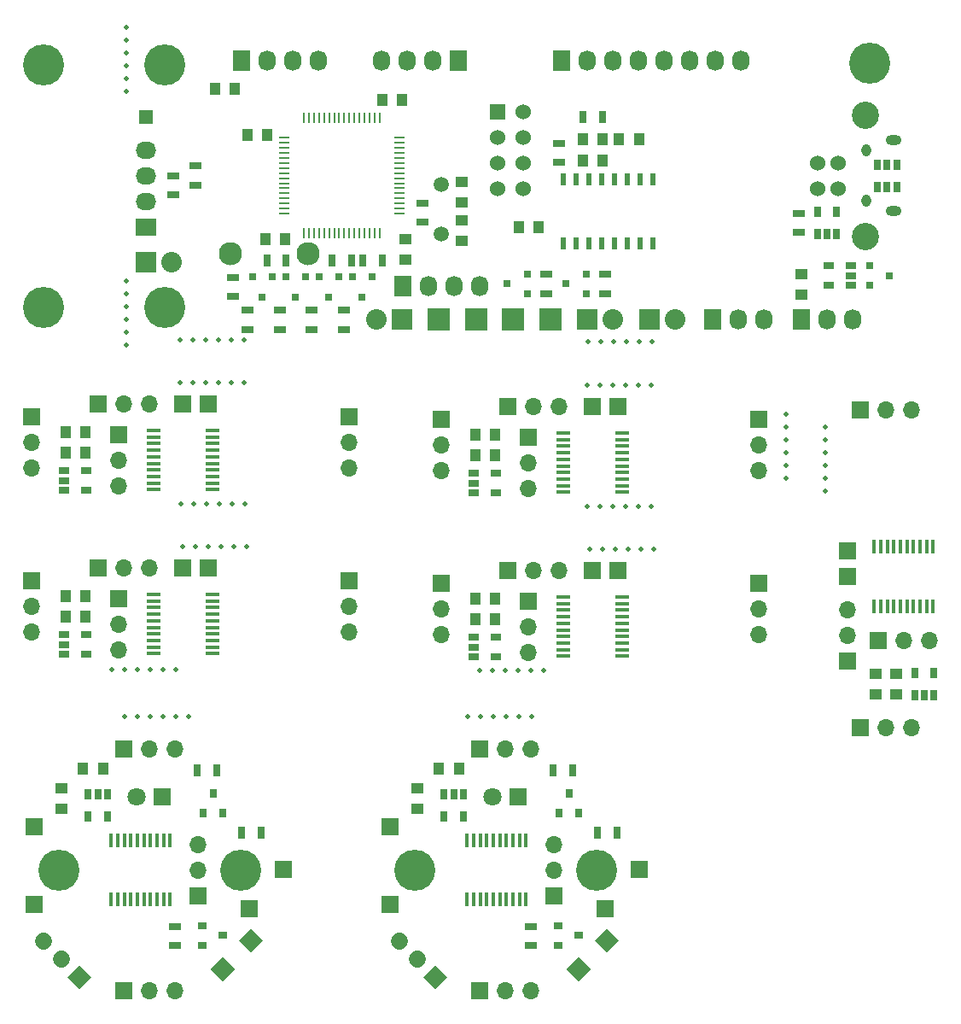
<source format=gbs>
G04 #@! TF.FileFunction,Soldermask,Bot*
%FSLAX46Y46*%
G04 Gerber Fmt 4.6, Leading zero omitted, Abs format (unit mm)*
G04 Created by KiCad (PCBNEW 4.0.5) date Wed Mar  8 12:44:23 2017*
%MOMM*%
%LPD*%
G01*
G04 APERTURE LIST*
%ADD10C,0.100000*%
%ADD11C,0.500000*%
%ADD12R,1.000000X1.250000*%
%ADD13R,1.250000X1.000000*%
%ADD14R,1.800000X1.800000*%
%ADD15C,1.800000*%
%ADD16R,1.700000X1.700000*%
%ADD17O,1.700000X1.700000*%
%ADD18C,1.700000*%
%ADD19R,0.900000X0.800000*%
%ADD20R,1.300000X0.700000*%
%ADD21R,0.650000X1.060000*%
%ADD22R,0.450000X1.450000*%
%ADD23C,4.064000*%
%ADD24R,0.800000X0.900000*%
%ADD25R,0.700000X1.300000*%
%ADD26R,1.060000X0.650000*%
%ADD27R,1.450000X0.450000*%
%ADD28R,1.524000X1.524000*%
%ADD29C,1.524000*%
%ADD30C,2.700020*%
%ADD31C,2.300000*%
%ADD32R,1.727200X2.032000*%
%ADD33O,1.727200X2.032000*%
%ADD34R,2.032000X2.032000*%
%ADD35O,2.032000X2.032000*%
%ADD36R,2.235200X2.235200*%
%ADD37R,2.032000X1.727200*%
%ADD38O,2.032000X1.727200*%
%ADD39R,0.800100X0.800100*%
%ADD40R,1.000000X0.250000*%
%ADD41R,0.250000X1.000000*%
%ADD42R,0.508000X1.143000*%
%ADD43C,1.501140*%
%ADD44O,0.950000X1.250000*%
%ADD45O,1.550000X1.000000*%
%ADD46R,1.350000X1.350000*%
G04 APERTURE END LIST*
D10*
D11*
X104140000Y-61087000D03*
X104140000Y-62357000D03*
X104140000Y-59817000D03*
X104140000Y-64897000D03*
X104140000Y-66167000D03*
X104140000Y-63627000D03*
X100203000Y-63627000D03*
X100203000Y-64897000D03*
X100203000Y-62357000D03*
X100203000Y-59817000D03*
X100203000Y-61087000D03*
X100203000Y-58547000D03*
X85534500Y-67754500D03*
X84264500Y-67754500D03*
X86804500Y-67754500D03*
X81724500Y-67754500D03*
X80454500Y-67754500D03*
X82994500Y-67754500D03*
X81978500Y-71945500D03*
X80708500Y-71945500D03*
X83248500Y-71945500D03*
X85788500Y-71945500D03*
X84518500Y-71945500D03*
X87058500Y-71945500D03*
X71056500Y-84010500D03*
X69786500Y-84010500D03*
X72326500Y-84010500D03*
X74866500Y-84010500D03*
X73596500Y-84010500D03*
X76136500Y-84010500D03*
X39687500Y-88582500D03*
X38417500Y-88582500D03*
X40957500Y-88582500D03*
X35877500Y-88582500D03*
X34607500Y-88582500D03*
X37147500Y-88582500D03*
X38417500Y-83883500D03*
X37147500Y-83883500D03*
X39687500Y-83883500D03*
X34607500Y-83883500D03*
X33337500Y-83883500D03*
X35877500Y-83883500D03*
X69913500Y-88582500D03*
X68643500Y-88582500D03*
X71183500Y-88582500D03*
X73723500Y-88582500D03*
X72453500Y-88582500D03*
X74993500Y-88582500D03*
X45402500Y-71691500D03*
X44132500Y-71691500D03*
X46672500Y-71691500D03*
X41592500Y-71691500D03*
X40322500Y-71691500D03*
X42862500Y-71691500D03*
X85534500Y-55689500D03*
X84264500Y-55689500D03*
X86804500Y-55689500D03*
X81724500Y-55689500D03*
X80454500Y-55689500D03*
X82994500Y-55689500D03*
X41465500Y-67500500D03*
X40195500Y-67500500D03*
X42735500Y-67500500D03*
X45275500Y-67500500D03*
X44005500Y-67500500D03*
X46545500Y-67500500D03*
X85661500Y-51371500D03*
X84391500Y-51371500D03*
X86931500Y-51371500D03*
X81851500Y-51371500D03*
X80581500Y-51371500D03*
X83121500Y-51371500D03*
X41338500Y-51244500D03*
X40068500Y-51244500D03*
X42608500Y-51244500D03*
X45148500Y-51244500D03*
X43878500Y-51244500D03*
X46418500Y-51244500D03*
X45148500Y-55435500D03*
X43878500Y-55435500D03*
X46418500Y-55435500D03*
X41338500Y-55435500D03*
X40068500Y-55435500D03*
X42608500Y-55435500D03*
D12*
X65776600Y-93738700D03*
X67776600Y-93738700D03*
D13*
X63665100Y-97697800D03*
X63665100Y-95697800D03*
D14*
X73660000Y-96545400D03*
D15*
X71120000Y-96545400D03*
D16*
X69850000Y-91759000D03*
D17*
X72390000Y-91759000D03*
X74930000Y-91759000D03*
D16*
X69850000Y-115759000D03*
D17*
X72390000Y-115759000D03*
X74930000Y-115759000D03*
D10*
G36*
X65430400Y-113199518D02*
X66632482Y-114401600D01*
X65430400Y-115603682D01*
X64228318Y-114401600D01*
X65430400Y-113199518D01*
X65430400Y-113199518D01*
G37*
D18*
X63634349Y-112605549D02*
X63634349Y-112605549D01*
X61838298Y-110809498D02*
X61838298Y-110809498D01*
D16*
X60909200Y-99479100D03*
X60909200Y-107200700D03*
X82283300Y-107594400D03*
X85623400Y-103708200D03*
D10*
G36*
X82423000Y-111971482D02*
X81220918Y-110769400D01*
X82423000Y-109567318D01*
X83625082Y-110769400D01*
X82423000Y-111971482D01*
X82423000Y-111971482D01*
G37*
G36*
X79654400Y-114778182D02*
X78452318Y-113576100D01*
X79654400Y-112374018D01*
X80856482Y-113576100D01*
X79654400Y-114778182D01*
X79654400Y-114778182D01*
G37*
D19*
X77613000Y-111211400D03*
X77613000Y-109311400D03*
X79613000Y-110261400D03*
D20*
X74891900Y-109374900D03*
X74891900Y-111274900D03*
D16*
X77190600Y-106299000D03*
D17*
X77190600Y-103759000D03*
X77190600Y-101219000D03*
D21*
X66296500Y-96245500D03*
X67246500Y-96245500D03*
X68196500Y-96245500D03*
X68196500Y-98445500D03*
X66296500Y-98445500D03*
D22*
X68576000Y-100783600D03*
X69226000Y-100783600D03*
X69876000Y-100783600D03*
X70526000Y-100783600D03*
X71176000Y-100783600D03*
X71826000Y-100783600D03*
X72476000Y-100783600D03*
X73126000Y-100783600D03*
X73776000Y-100783600D03*
X74426000Y-100783600D03*
X74426000Y-106683600D03*
X73776000Y-106683600D03*
X73126000Y-106683600D03*
X72476000Y-106683600D03*
X71826000Y-106683600D03*
X71176000Y-106683600D03*
X70526000Y-106683600D03*
X69876000Y-106683600D03*
X69226000Y-106683600D03*
X68576000Y-106683600D03*
D23*
X81390000Y-103759000D03*
X63390000Y-103759000D03*
D24*
X79613800Y-98142300D03*
X77713800Y-98142300D03*
X78663800Y-96142300D03*
D25*
X79009280Y-93853000D03*
X77109280Y-93853000D03*
X83423800Y-100086160D03*
X81523800Y-100086160D03*
X48117800Y-100086160D03*
X46217800Y-100086160D03*
X43703280Y-93853000D03*
X41803280Y-93853000D03*
D24*
X44307800Y-98142300D03*
X42407800Y-98142300D03*
X43357800Y-96142300D03*
D23*
X28084000Y-103759000D03*
X46084000Y-103759000D03*
D22*
X33270000Y-100783600D03*
X33920000Y-100783600D03*
X34570000Y-100783600D03*
X35220000Y-100783600D03*
X35870000Y-100783600D03*
X36520000Y-100783600D03*
X37170000Y-100783600D03*
X37820000Y-100783600D03*
X38470000Y-100783600D03*
X39120000Y-100783600D03*
X39120000Y-106683600D03*
X38470000Y-106683600D03*
X37820000Y-106683600D03*
X37170000Y-106683600D03*
X36520000Y-106683600D03*
X35870000Y-106683600D03*
X35220000Y-106683600D03*
X34570000Y-106683600D03*
X33920000Y-106683600D03*
X33270000Y-106683600D03*
D21*
X30990500Y-96245500D03*
X31940500Y-96245500D03*
X32890500Y-96245500D03*
X32890500Y-98445500D03*
X30990500Y-98445500D03*
D16*
X41884600Y-106299000D03*
D17*
X41884600Y-103759000D03*
X41884600Y-101219000D03*
D20*
X39585900Y-109374900D03*
X39585900Y-111274900D03*
D19*
X42307000Y-111211400D03*
X42307000Y-109311400D03*
X44307000Y-110261400D03*
D10*
G36*
X44348400Y-114778182D02*
X43146318Y-113576100D01*
X44348400Y-112374018D01*
X45550482Y-113576100D01*
X44348400Y-114778182D01*
X44348400Y-114778182D01*
G37*
G36*
X47117000Y-111971482D02*
X45914918Y-110769400D01*
X47117000Y-109567318D01*
X48319082Y-110769400D01*
X47117000Y-111971482D01*
X47117000Y-111971482D01*
G37*
D16*
X50317400Y-103708200D03*
X46977300Y-107594400D03*
X25603200Y-107200700D03*
X25603200Y-99479100D03*
D10*
G36*
X30124400Y-113199518D02*
X31326482Y-114401600D01*
X30124400Y-115603682D01*
X28922318Y-114401600D01*
X30124400Y-113199518D01*
X30124400Y-113199518D01*
G37*
D18*
X28328349Y-112605549D02*
X28328349Y-112605549D01*
X26532298Y-110809498D02*
X26532298Y-110809498D01*
D16*
X34544000Y-115759000D03*
D17*
X37084000Y-115759000D03*
X39624000Y-115759000D03*
D16*
X34544000Y-91759000D03*
D17*
X37084000Y-91759000D03*
X39624000Y-91759000D03*
D14*
X38354000Y-96545400D03*
D15*
X35814000Y-96545400D03*
D13*
X28359100Y-97697800D03*
X28359100Y-95697800D03*
D12*
X30470600Y-93738700D03*
X32470600Y-93738700D03*
X28718000Y-78613000D03*
X30718000Y-78613000D03*
X30718000Y-76581000D03*
X28718000Y-76581000D03*
D16*
X25400000Y-75057000D03*
D17*
X25400000Y-77597000D03*
X25400000Y-80137000D03*
D16*
X56896000Y-75057000D03*
D17*
X56896000Y-77597000D03*
X56896000Y-80137000D03*
D16*
X32004000Y-73787000D03*
D17*
X34544000Y-73787000D03*
X37084000Y-73787000D03*
D16*
X40386000Y-73787000D03*
X42926000Y-73787000D03*
X34036000Y-76835000D03*
D17*
X34036000Y-79375000D03*
X34036000Y-81915000D03*
D26*
X28618000Y-82357000D03*
X28618000Y-81407000D03*
X28618000Y-80457000D03*
X30818000Y-80457000D03*
X30818000Y-82357000D03*
D27*
X37436000Y-82300000D03*
X37436000Y-81650000D03*
X37436000Y-81000000D03*
X37436000Y-80350000D03*
X37436000Y-79700000D03*
X37436000Y-79050000D03*
X37436000Y-78400000D03*
X37436000Y-77750000D03*
X37436000Y-77100000D03*
X37436000Y-76450000D03*
X43336000Y-76450000D03*
X43336000Y-77100000D03*
X43336000Y-77750000D03*
X43336000Y-78400000D03*
X43336000Y-79050000D03*
X43336000Y-79700000D03*
X43336000Y-80350000D03*
X43336000Y-81000000D03*
X43336000Y-81650000D03*
X43336000Y-82300000D03*
X78076000Y-82554000D03*
X78076000Y-81904000D03*
X78076000Y-81254000D03*
X78076000Y-80604000D03*
X78076000Y-79954000D03*
X78076000Y-79304000D03*
X78076000Y-78654000D03*
X78076000Y-78004000D03*
X78076000Y-77354000D03*
X78076000Y-76704000D03*
X83976000Y-76704000D03*
X83976000Y-77354000D03*
X83976000Y-78004000D03*
X83976000Y-78654000D03*
X83976000Y-79304000D03*
X83976000Y-79954000D03*
X83976000Y-80604000D03*
X83976000Y-81254000D03*
X83976000Y-81904000D03*
X83976000Y-82554000D03*
D26*
X69258000Y-82611000D03*
X69258000Y-81661000D03*
X69258000Y-80711000D03*
X71458000Y-80711000D03*
X71458000Y-82611000D03*
D16*
X74676000Y-77089000D03*
D17*
X74676000Y-79629000D03*
X74676000Y-82169000D03*
D16*
X83566000Y-74041000D03*
X81026000Y-74041000D03*
X72644000Y-74041000D03*
D17*
X75184000Y-74041000D03*
X77724000Y-74041000D03*
D16*
X97536000Y-75311000D03*
D17*
X97536000Y-77851000D03*
X97536000Y-80391000D03*
D16*
X66040000Y-75311000D03*
D17*
X66040000Y-77851000D03*
X66040000Y-80391000D03*
D12*
X71358000Y-76835000D03*
X69358000Y-76835000D03*
X69358000Y-78867000D03*
X71358000Y-78867000D03*
D13*
X111125000Y-86344000D03*
X111125000Y-84344000D03*
X109093000Y-84344000D03*
X109093000Y-86344000D03*
D16*
X107569000Y-89662000D03*
D17*
X110109000Y-89662000D03*
X112649000Y-89662000D03*
D16*
X107569000Y-58166000D03*
D17*
X110109000Y-58166000D03*
X112649000Y-58166000D03*
D16*
X106299000Y-83058000D03*
D17*
X106299000Y-80518000D03*
X106299000Y-77978000D03*
D16*
X106299000Y-74676000D03*
X106299000Y-72136000D03*
X109347000Y-81026000D03*
D17*
X111887000Y-81026000D03*
X114427000Y-81026000D03*
D21*
X114869000Y-86444000D03*
X113919000Y-86444000D03*
X112969000Y-86444000D03*
X112969000Y-84244000D03*
X114869000Y-84244000D03*
D22*
X114812000Y-77626000D03*
X114162000Y-77626000D03*
X113512000Y-77626000D03*
X112862000Y-77626000D03*
X112212000Y-77626000D03*
X111562000Y-77626000D03*
X110912000Y-77626000D03*
X110262000Y-77626000D03*
X109612000Y-77626000D03*
X108962000Y-77626000D03*
X108962000Y-71726000D03*
X109612000Y-71726000D03*
X110262000Y-71726000D03*
X110912000Y-71726000D03*
X111562000Y-71726000D03*
X112212000Y-71726000D03*
X112862000Y-71726000D03*
X113512000Y-71726000D03*
X114162000Y-71726000D03*
X114812000Y-71726000D03*
D27*
X78076000Y-66298000D03*
X78076000Y-65648000D03*
X78076000Y-64998000D03*
X78076000Y-64348000D03*
X78076000Y-63698000D03*
X78076000Y-63048000D03*
X78076000Y-62398000D03*
X78076000Y-61748000D03*
X78076000Y-61098000D03*
X78076000Y-60448000D03*
X83976000Y-60448000D03*
X83976000Y-61098000D03*
X83976000Y-61748000D03*
X83976000Y-62398000D03*
X83976000Y-63048000D03*
X83976000Y-63698000D03*
X83976000Y-64348000D03*
X83976000Y-64998000D03*
X83976000Y-65648000D03*
X83976000Y-66298000D03*
D26*
X69258000Y-66355000D03*
X69258000Y-65405000D03*
X69258000Y-64455000D03*
X71458000Y-64455000D03*
X71458000Y-66355000D03*
D16*
X74676000Y-60833000D03*
D17*
X74676000Y-63373000D03*
X74676000Y-65913000D03*
D16*
X83566000Y-57785000D03*
X81026000Y-57785000D03*
X72644000Y-57785000D03*
D17*
X75184000Y-57785000D03*
X77724000Y-57785000D03*
D16*
X97536000Y-59055000D03*
D17*
X97536000Y-61595000D03*
X97536000Y-64135000D03*
D16*
X66040000Y-59055000D03*
D17*
X66040000Y-61595000D03*
X66040000Y-64135000D03*
D12*
X71358000Y-60579000D03*
X69358000Y-60579000D03*
X69358000Y-62611000D03*
X71358000Y-62611000D03*
D28*
X71628000Y-28575000D03*
D29*
X74168000Y-28575000D03*
X71628000Y-31115000D03*
X74168000Y-31115000D03*
X71628000Y-33655000D03*
X74168000Y-33655000D03*
X71628000Y-36195000D03*
X74168000Y-36195000D03*
X103378000Y-36195000D03*
X103378000Y-33655000D03*
X105376980Y-33655000D03*
X105376980Y-36195000D03*
D30*
X108077000Y-40924480D03*
X108077000Y-28925520D03*
D31*
X45123100Y-42615000D03*
X52819300Y-42615000D03*
D12*
X62150500Y-27432000D03*
X60150500Y-27432000D03*
X50530000Y-41211500D03*
X48530000Y-41211500D03*
X48752000Y-30861000D03*
X46752000Y-30861000D03*
D13*
X68072000Y-35576000D03*
X68072000Y-37576000D03*
X68072000Y-41386000D03*
X68072000Y-39386000D03*
X62420500Y-43227500D03*
X62420500Y-41227500D03*
D12*
X43551600Y-26289000D03*
X45551600Y-26289000D03*
D13*
X101727000Y-44720000D03*
X101727000Y-46720000D03*
D12*
X75676000Y-40068500D03*
X73676000Y-40068500D03*
X85632800Y-31318200D03*
X83632800Y-31318200D03*
X80026000Y-31318200D03*
X82026000Y-31318200D03*
D32*
X67691000Y-23495000D03*
D33*
X65151000Y-23495000D03*
X62611000Y-23495000D03*
X60071000Y-23495000D03*
D32*
X101727000Y-49149000D03*
D33*
X104267000Y-49149000D03*
X106807000Y-49149000D03*
D32*
X62230000Y-45847000D03*
D33*
X64770000Y-45847000D03*
X67310000Y-45847000D03*
X69850000Y-45847000D03*
D34*
X36703000Y-43497500D03*
D35*
X39243000Y-43497500D03*
D36*
X65786000Y-49149000D03*
X69469000Y-49149000D03*
D32*
X77978000Y-23495000D03*
D33*
X80518000Y-23495000D03*
X83058000Y-23495000D03*
X85598000Y-23495000D03*
X88138000Y-23495000D03*
X90678000Y-23495000D03*
X93218000Y-23495000D03*
X95758000Y-23495000D03*
D34*
X80454500Y-49149000D03*
D35*
X82994500Y-49149000D03*
D34*
X86677500Y-49149000D03*
D35*
X89217500Y-49149000D03*
D37*
X36703000Y-40005000D03*
D38*
X36703000Y-37465000D03*
X36703000Y-34925000D03*
X36703000Y-32385000D03*
D32*
X46228000Y-23495000D03*
D33*
X48768000Y-23495000D03*
X51308000Y-23495000D03*
X53848000Y-23495000D03*
D36*
X76835000Y-49149000D03*
X73152000Y-49149000D03*
D34*
X62103000Y-49149000D03*
D35*
X59563000Y-49149000D03*
D39*
X108473240Y-45781000D03*
X108473240Y-43881000D03*
X110472220Y-44831000D03*
X57216000Y-44973240D03*
X59116000Y-44973240D03*
X58166000Y-46972220D03*
X53914000Y-44973240D03*
X55814000Y-44973240D03*
X54864000Y-46972220D03*
X80375760Y-44706500D03*
X80375760Y-46606500D03*
X78376780Y-45656500D03*
X50612000Y-44973240D03*
X52512000Y-44973240D03*
X51562000Y-46972220D03*
X74533760Y-44706500D03*
X74533760Y-46606500D03*
X72534780Y-45656500D03*
X47310000Y-44973240D03*
X49210000Y-44973240D03*
X48260000Y-46972220D03*
D20*
X101473000Y-38674000D03*
X101473000Y-40574000D03*
X64135000Y-37658000D03*
X64135000Y-39558000D03*
D25*
X81976000Y-29133800D03*
X80076000Y-29133800D03*
D20*
X77673200Y-33639800D03*
X77673200Y-31739800D03*
D25*
X58232000Y-43307000D03*
X60132000Y-43307000D03*
D20*
X56324500Y-50162500D03*
X56324500Y-48262500D03*
D25*
X55184000Y-43307000D03*
X57084000Y-43307000D03*
D20*
X53149500Y-50162500D03*
X53149500Y-48262500D03*
X82232500Y-44706500D03*
X82232500Y-46606500D03*
D25*
X50607000Y-43307000D03*
X48707000Y-43307000D03*
D20*
X49974500Y-50162500D03*
X49974500Y-48262500D03*
X76390500Y-44706500D03*
X76390500Y-46606500D03*
X45339000Y-45024000D03*
X45339000Y-46924000D03*
X46799500Y-50162500D03*
X46799500Y-48262500D03*
D40*
X61834000Y-31175000D03*
X61834000Y-31675000D03*
X61834000Y-32175000D03*
X61834000Y-32675000D03*
X61834000Y-33175000D03*
X61834000Y-33675000D03*
X61834000Y-34175000D03*
X61834000Y-34675000D03*
X61834000Y-35175000D03*
X61834000Y-35675000D03*
X61834000Y-36175000D03*
X61834000Y-36675000D03*
X61834000Y-37175000D03*
X61834000Y-37675000D03*
X61834000Y-38175000D03*
X61834000Y-38675000D03*
D41*
X59884000Y-40625000D03*
X59384000Y-40625000D03*
X58884000Y-40625000D03*
X58384000Y-40625000D03*
X57884000Y-40625000D03*
X57384000Y-40625000D03*
X56884000Y-40625000D03*
X56384000Y-40625000D03*
X55884000Y-40625000D03*
X55384000Y-40625000D03*
X54884000Y-40625000D03*
X54384000Y-40625000D03*
X53884000Y-40625000D03*
X53384000Y-40625000D03*
X52884000Y-40625000D03*
X52384000Y-40625000D03*
D40*
X50434000Y-38675000D03*
X50434000Y-38175000D03*
X50434000Y-37675000D03*
X50434000Y-37175000D03*
X50434000Y-36675000D03*
X50434000Y-36175000D03*
X50434000Y-35675000D03*
X50434000Y-35175000D03*
X50434000Y-34675000D03*
X50434000Y-34175000D03*
X50434000Y-33675000D03*
X50434000Y-33175000D03*
X50434000Y-32675000D03*
X50434000Y-32175000D03*
X50434000Y-31675000D03*
X50434000Y-31175000D03*
D41*
X52384000Y-29225000D03*
X52884000Y-29225000D03*
X53384000Y-29225000D03*
X53884000Y-29225000D03*
X54384000Y-29225000D03*
X54884000Y-29225000D03*
X55384000Y-29225000D03*
X55884000Y-29225000D03*
X56384000Y-29225000D03*
X56884000Y-29225000D03*
X57384000Y-29225000D03*
X57884000Y-29225000D03*
X58384000Y-29225000D03*
X58884000Y-29225000D03*
X59384000Y-29225000D03*
X59884000Y-29225000D03*
D21*
X109286000Y-33825000D03*
X110236000Y-33825000D03*
X111186000Y-33825000D03*
X111186000Y-36025000D03*
X109286000Y-36025000D03*
X110236000Y-36025000D03*
X105217000Y-40724000D03*
X104267000Y-40724000D03*
X103317000Y-40724000D03*
X103317000Y-38524000D03*
X105217000Y-38524000D03*
D26*
X106637000Y-43881000D03*
X106637000Y-44831000D03*
X106637000Y-45781000D03*
X104437000Y-45781000D03*
X104437000Y-43881000D03*
D42*
X86995000Y-35306000D03*
X84455000Y-35306000D03*
X83185000Y-35306000D03*
X81915000Y-35306000D03*
X80645000Y-35306000D03*
X79375000Y-35306000D03*
X78105000Y-35306000D03*
X78105000Y-41656000D03*
X79375000Y-41656000D03*
X80645000Y-41656000D03*
X81915000Y-41656000D03*
X83185000Y-41656000D03*
X84455000Y-41656000D03*
X85725000Y-41656000D03*
X86995000Y-41656000D03*
X85725000Y-35306000D03*
D43*
X66040000Y-40667940D03*
X66040000Y-35786060D03*
D44*
X108165460Y-37425900D03*
X108165460Y-32425900D03*
D45*
X110865460Y-38425900D03*
X110865460Y-31425900D03*
D32*
X92964000Y-49149000D03*
D33*
X95504000Y-49149000D03*
X98044000Y-49149000D03*
D23*
X108528000Y-23749000D03*
X38533000Y-23955000D03*
X38533000Y-47955000D03*
D12*
X80026000Y-33401000D03*
X82026000Y-33401000D03*
D46*
X36728400Y-29133800D03*
D20*
X41605200Y-35875000D03*
X41605200Y-33975000D03*
X39420800Y-36840200D03*
X39420800Y-34940200D03*
D23*
X26533000Y-23955000D03*
X26533000Y-47955000D03*
D11*
X34798000Y-21463000D03*
X34798000Y-20193000D03*
X34798000Y-22733000D03*
X34798000Y-25273000D03*
X34798000Y-24003000D03*
X34798000Y-26543000D03*
X34798000Y-46609000D03*
X34798000Y-45339000D03*
X34798000Y-47879000D03*
X34798000Y-50419000D03*
X34798000Y-49149000D03*
X34798000Y-51689000D03*
D12*
X28718000Y-62357000D03*
X30718000Y-62357000D03*
X30718000Y-60325000D03*
X28718000Y-60325000D03*
D16*
X25400000Y-58801000D03*
D17*
X25400000Y-61341000D03*
X25400000Y-63881000D03*
D16*
X56896000Y-58801000D03*
D17*
X56896000Y-61341000D03*
X56896000Y-63881000D03*
D16*
X32004000Y-57531000D03*
D17*
X34544000Y-57531000D03*
X37084000Y-57531000D03*
D16*
X40386000Y-57531000D03*
X42926000Y-57531000D03*
X34036000Y-60579000D03*
D17*
X34036000Y-63119000D03*
X34036000Y-65659000D03*
D26*
X28618000Y-66101000D03*
X28618000Y-65151000D03*
X28618000Y-64201000D03*
X30818000Y-64201000D03*
X30818000Y-66101000D03*
D27*
X37436000Y-66044000D03*
X37436000Y-65394000D03*
X37436000Y-64744000D03*
X37436000Y-64094000D03*
X37436000Y-63444000D03*
X37436000Y-62794000D03*
X37436000Y-62144000D03*
X37436000Y-61494000D03*
X37436000Y-60844000D03*
X37436000Y-60194000D03*
X43336000Y-60194000D03*
X43336000Y-60844000D03*
X43336000Y-61494000D03*
X43336000Y-62144000D03*
X43336000Y-62794000D03*
X43336000Y-63444000D03*
X43336000Y-64094000D03*
X43336000Y-64744000D03*
X43336000Y-65394000D03*
X43336000Y-66044000D03*
M02*

</source>
